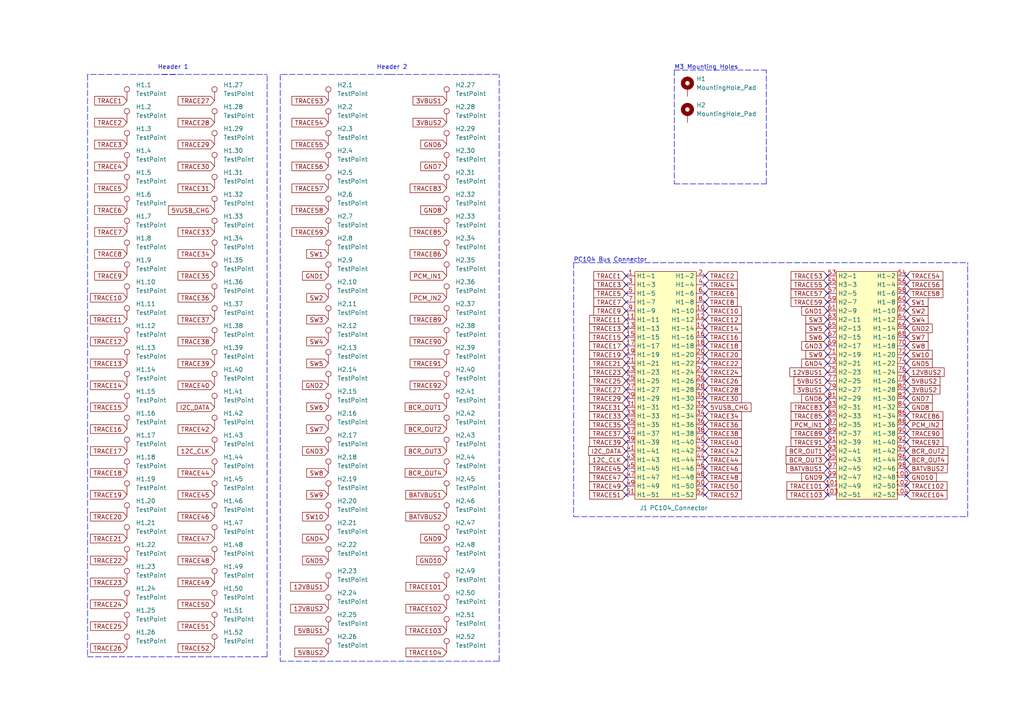
<source format=kicad_sch>
(kicad_sch (version 20211123) (generator eeschema)
  (paper "A4")
  (lib_symbols
    (symbol "Connector:TestPoint" (pin_numbers hide) (pin_names (offset 0.762) hide)
      (property "Reference" "TP" (at 0 6.858 0))
      (property "Value" "TestPoint" (at 0 5.08 0))
      (symbol "TestPoint_1_1"
        (pin passive line (at 0 0 90) (length 2.54) (name "1") (number "1"))
      )
    )
    (symbol "Mechanical:MountingHole_Pad" (pin_numbers hide) (pin_names (offset 1.016) hide)
      (property "Reference" "H" (at 0 6.35 0))
      (property "Value" "MountingHole_Pad" (at 0 4.445 0))
      (symbol "MountingHole_Pad_1_1"
        (pin input line (at 0 -2.54 90) (length 2.54) (name "1") (number "1"))
      )
    )
    (symbol "qset-connector-library:PC104_Connector"
      (property "Reference" "J" (at -36.83 -71.12 0))
      (property "Value" "PC104_Connector" (at -26.67 -71.12 0))
      (symbol "PC104_Connector_1_1"
        (pin bidirectional line (at -40.64 -3.81 0) (length 2.54) (name "H1-1") (number "1"))
        (pin bidirectional line (at -17.78 -13.97 180) (length 2.54) (name "H1-10") (number "10"))
        (pin bidirectional line (at 40.64 -62.23 180) (length 2.54) (name "H2-48") (number "100"))
        (pin bidirectional line (at 17.78 -64.77 0) (length 2.54) (name "H2-49") (number "101"))
        (pin bidirectional line (at 40.64 -64.77 180) (length 2.54) (name "H2-50") (number "102"))
        (pin bidirectional line (at 17.78 -67.31 0) (length 2.54) (name "H2-51") (number "103"))
        (pin bidirectional line (at 40.64 -67.31 180) (length 2.54) (name "H2-52") (number "104"))
        (pin bidirectional line (at -40.64 -16.51 0) (length 2.54) (name "H1-11") (number "11"))
        (pin bidirectional line (at -17.78 -16.51 180) (length 2.54) (name "H1-12") (number "12"))
        (pin bidirectional line (at -40.64 -19.05 0) (length 2.54) (name "H1-13") (number "13"))
        (pin bidirectional line (at -17.78 -19.05 180) (length 2.54) (name "H1-14") (number "14"))
        (pin bidirectional line (at -40.64 -21.59 0) (length 2.54) (name "H1-15") (number "15"))
        (pin bidirectional line (at -17.78 -21.59 180) (length 2.54) (name "H1-16") (number "16"))
        (pin bidirectional line (at -40.64 -24.13 0) (length 2.54) (name "H1-17") (number "17"))
        (pin bidirectional line (at -17.78 -24.13 180) (length 2.54) (name "H1-18") (number "18"))
        (pin bidirectional line (at -40.64 -26.67 0) (length 2.54) (name "H1-19") (number "19"))
        (pin bidirectional line (at -17.78 -3.81 180) (length 2.54) (name "H1-2") (number "2"))
        (pin bidirectional line (at -17.78 -26.67 180) (length 2.54) (name "H1-20") (number "20"))
        (pin bidirectional line (at -40.64 -29.21 0) (length 2.54) (name "H1-21") (number "21"))
        (pin bidirectional line (at -17.78 -29.21 180) (length 2.54) (name "H1-22") (number "22"))
        (pin bidirectional line (at -40.64 -31.75 0) (length 2.54) (name "H1-23") (number "23"))
        (pin bidirectional line (at -17.78 -31.75 180) (length 2.54) (name "H1-24") (number "24"))
        (pin bidirectional line (at -40.64 -34.29 0) (length 2.54) (name "H1-25") (number "25"))
        (pin bidirectional line (at -17.78 -34.29 180) (length 2.54) (name "H1-26") (number "26"))
        (pin bidirectional line (at -40.64 -36.83 0) (length 2.54) (name "H1-27") (number "27"))
        (pin bidirectional line (at -17.78 -36.83 180) (length 2.54) (name "H1-28") (number "28"))
        (pin bidirectional line (at -40.64 -39.37 0) (length 2.54) (name "H1-29") (number "29"))
        (pin bidirectional line (at -40.64 -6.35 0) (length 2.54) (name "H1-3") (number "3"))
        (pin bidirectional line (at -17.78 -39.37 180) (length 2.54) (name "H1-30") (number "30"))
        (pin bidirectional line (at -40.64 -41.91 0) (length 2.54) (name "H1-31") (number "31"))
        (pin bidirectional line (at -17.78 -41.91 180) (length 2.54) (name "H1-32") (number "32"))
        (pin bidirectional line (at -40.64 -44.45 0) (length 2.54) (name "H1-33") (number "33"))
        (pin bidirectional line (at -17.78 -44.45 180) (length 2.54) (name "H1-34") (number "34"))
        (pin bidirectional line (at -40.64 -46.99 0) (length 2.54) (name "H1-35") (number "35"))
        (pin bidirectional line (at -17.78 -46.99 180) (length 2.54) (name "H1-36") (number "36"))
        (pin bidirectional line (at -40.64 -49.53 0) (length 2.54) (name "H1-37") (number "37"))
        (pin bidirectional line (at -17.78 -49.53 180) (length 2.54) (name "H1-38") (number "38"))
        (pin bidirectional line (at -40.64 -52.07 0) (length 2.54) (name "H1-39") (number "39"))
        (pin bidirectional line (at -17.78 -6.35 180) (length 2.54) (name "H1-4") (number "4"))
        (pin bidirectional line (at -17.78 -52.07 180) (length 2.54) (name "H1-40") (number "40"))
        (pin bidirectional line (at -40.64 -54.61 0) (length 2.54) (name "H1-41") (number "41"))
        (pin bidirectional line (at -17.78 -54.61 180) (length 2.54) (name "H1-42") (number "42"))
        (pin bidirectional line (at -40.64 -57.15 0) (length 2.54) (name "H1-43") (number "43"))
        (pin bidirectional line (at -17.78 -57.15 180) (length 2.54) (name "H1-44") (number "44"))
        (pin bidirectional line (at -40.64 -59.69 0) (length 2.54) (name "H1-45") (number "45"))
        (pin bidirectional line (at -17.78 -59.69 180) (length 2.54) (name "H1-46") (number "46"))
        (pin bidirectional line (at -40.64 -62.23 0) (length 2.54) (name "H1-47") (number "47"))
        (pin bidirectional line (at -17.78 -62.23 180) (length 2.54) (name "H1-48") (number "48"))
        (pin bidirectional line (at -40.64 -64.77 0) (length 2.54) (name "H1-49") (number "49"))
        (pin bidirectional line (at -40.64 -8.89 0) (length 2.54) (name "H1-5") (number "5"))
        (pin bidirectional line (at -17.78 -64.77 180) (length 2.54) (name "H1-50") (number "50"))
        (pin bidirectional line (at -40.64 -67.31 0) (length 2.54) (name "H1-51") (number "51"))
        (pin bidirectional line (at -17.78 -67.31 180) (length 2.54) (name "H1-52") (number "52"))
        (pin bidirectional line (at 17.78 -3.81 0) (length 2.54) (name "H2-1") (number "53"))
        (pin bidirectional line (at 40.64 -3.81 180) (length 2.54) (name "H1-2") (number "54"))
        (pin bidirectional line (at 17.78 -6.35 0) (length 2.54) (name "H3-3") (number "55"))
        (pin bidirectional line (at 40.64 -6.35 180) (length 2.54) (name "H1-4") (number "56"))
        (pin bidirectional line (at 17.78 -8.89 0) (length 2.54) (name "H2-5") (number "57"))
        (pin bidirectional line (at 40.64 -8.89 180) (length 2.54) (name "H1-6") (number "58"))
        (pin bidirectional line (at 17.78 -11.43 0) (length 2.54) (name "H2-7") (number "59"))
        (pin bidirectional line (at -17.78 -8.89 180) (length 2.54) (name "H1-6") (number "6"))
        (pin bidirectional line (at 40.64 -11.43 180) (length 2.54) (name "H1-8") (number "60"))
        (pin bidirectional line (at 17.78 -13.97 0) (length 2.54) (name "H2-9") (number "61"))
        (pin bidirectional line (at 40.64 -13.97 180) (length 2.54) (name "H1-10") (number "62"))
        (pin bidirectional line (at 17.78 -16.51 0) (length 2.54) (name "H2-11") (number "63"))
        (pin bidirectional line (at 40.64 -16.51 180) (length 2.54) (name "H1-12") (number "64"))
        (pin bidirectional line (at 17.78 -19.05 0) (length 2.54) (name "H2-13") (number "65"))
        (pin bidirectional line (at 40.64 -19.05 180) (length 2.54) (name "H1-14") (number "66"))
        (pin bidirectional line (at 17.78 -21.59 0) (length 2.54) (name "H2-15") (number "67"))
        (pin bidirectional line (at 40.64 -21.59 180) (length 2.54) (name "H1-16") (number "68"))
        (pin bidirectional line (at 17.78 -24.13 0) (length 2.54) (name "H2-17") (number "69"))
        (pin bidirectional line (at -40.64 -11.43 0) (length 2.54) (name "H1-7") (number "7"))
        (pin bidirectional line (at 40.64 -24.13 180) (length 2.54) (name "H1-18") (number "70"))
        (pin bidirectional line (at 17.78 -26.67 0) (length 2.54) (name "H2-19") (number "71"))
        (pin bidirectional line (at 40.64 -26.67 180) (length 2.54) (name "H1-20") (number "72"))
        (pin bidirectional line (at 17.78 -29.21 0) (length 2.54) (name "H2-21") (number "73"))
        (pin bidirectional line (at 40.64 -29.21 180) (length 2.54) (name "H1-22") (number "74"))
        (pin bidirectional line (at 17.78 -31.75 0) (length 2.54) (name "H2-23") (number "75"))
        (pin bidirectional line (at 40.64 -31.75 180) (length 2.54) (name "H1-24") (number "76"))
        (pin bidirectional line (at 17.78 -34.29 0) (length 2.54) (name "H2-25") (number "77"))
        (pin bidirectional line (at 40.64 -34.29 180) (length 2.54) (name "H1-26") (number "78"))
        (pin bidirectional line (at 17.78 -36.83 0) (length 2.54) (name "H2-27") (number "79"))
        (pin bidirectional line (at -17.78 -11.43 180) (length 2.54) (name "H1-8") (number "8"))
        (pin bidirectional line (at 40.64 -36.83 180) (length 2.54) (name "H1-28") (number "80"))
        (pin bidirectional line (at 17.78 -39.37 0) (length 2.54) (name "H2-29") (number "81"))
        (pin bidirectional line (at 40.64 -39.37 180) (length 2.54) (name "H1-30") (number "82"))
        (pin bidirectional line (at 17.78 -41.91 0) (length 2.54) (name "H2-31") (number "83"))
        (pin bidirectional line (at 40.64 -41.91 180) (length 2.54) (name "H1-32") (number "84"))
        (pin bidirectional line (at 17.78 -44.45 0) (length 2.54) (name "H2-33") (number "85"))
        (pin bidirectional line (at 40.64 -44.45 180) (length 2.54) (name "H1-34") (number "86"))
        (pin bidirectional line (at 17.78 -46.99 0) (length 2.54) (name "H2-35") (number "87"))
        (pin bidirectional line (at 40.64 -46.99 180) (length 2.54) (name "H1-36") (number "88"))
        (pin bidirectional line (at 17.78 -49.53 0) (length 2.54) (name "H2-37") (number "89"))
        (pin bidirectional line (at -40.64 -13.97 0) (length 2.54) (name "H1-9") (number "9"))
        (pin bidirectional line (at 40.64 -49.53 180) (length 2.54) (name "H1-38") (number "90"))
        (pin bidirectional line (at 17.78 -52.07 0) (length 2.54) (name "H2-39") (number "91"))
        (pin bidirectional line (at 40.64 -52.07 180) (length 2.54) (name "H1-40") (number "92"))
        (pin bidirectional line (at 17.78 -54.61 0) (length 2.54) (name "H2-41") (number "93"))
        (pin bidirectional line (at 40.64 -54.61 180) (length 2.54) (name "H1-42") (number "94"))
        (pin bidirectional line (at 17.78 -57.15 0) (length 2.54) (name "H2-43") (number "95"))
        (pin bidirectional line (at 40.64 -57.15 180) (length 2.54) (name "H1-44") (number "96"))
        (pin bidirectional line (at 17.78 -59.69 0) (length 2.54) (name "H2-45") (number "97"))
        (pin bidirectional line (at 40.64 -59.69 180) (length 2.54) (name "H2-46") (number "98"))
        (pin bidirectional line (at 17.78 -62.23 0) (length 2.54) (name "H2-47") (number "99"))
      )
    )
  )
  (no_connect (at 262.89 82.55))
  (no_connect (at 204.47 110.49))
  (no_connect (at 240.03 100.33))
  (no_connect (at 181.61 120.65))
  (no_connect (at 204.47 102.87))
  (no_connect (at 262.89 100.33))
  (no_connect (at 240.03 123.19))
  (no_connect (at 240.03 133.35))
  (no_connect (at 240.03 120.65))
  (no_connect (at 204.47 125.73))
  (no_connect (at 262.89 143.51))
  (no_connect (at 181.61 140.97))
  (no_connect (at 204.47 113.03))
  (no_connect (at 181.61 107.95))
  (no_connect (at 262.89 102.87))
  (no_connect (at 240.03 138.43))
  (no_connect (at 204.47 133.35))
  (no_connect (at 181.61 135.89))
  (no_connect (at 181.61 128.27))
  (no_connect (at 181.61 133.35))
  (no_connect (at 262.89 115.57))
  (no_connect (at 240.03 128.27))
  (no_connect (at 240.03 135.89))
  (no_connect (at 204.47 138.43))
  (no_connect (at 204.47 135.89))
  (no_connect (at 262.89 120.65))
  (no_connect (at 181.61 115.57))
  (no_connect (at 181.61 113.03))
  (no_connect (at 181.61 110.49))
  (no_connect (at 240.03 115.57))
  (no_connect (at 262.89 133.35))
  (no_connect (at 204.47 97.79))
  (no_connect (at 181.61 87.63))
  (no_connect (at 262.89 97.79))
  (no_connect (at 204.47 80.01))
  (no_connect (at 240.03 110.49))
  (no_connect (at 262.89 90.17))
  (no_connect (at 204.47 100.33))
  (no_connect (at 181.61 90.17))
  (no_connect (at 262.89 138.43))
  (no_connect (at 262.89 110.49))
  (no_connect (at 240.03 95.25))
  (no_connect (at 262.89 118.11))
  (no_connect (at 262.89 123.19))
  (no_connect (at 240.03 87.63))
  (no_connect (at 240.03 85.09))
  (no_connect (at 181.61 118.11))
  (no_connect (at 240.03 82.55))
  (no_connect (at 262.89 85.09))
  (no_connect (at 262.89 128.27))
  (no_connect (at 181.61 102.87))
  (no_connect (at 181.61 100.33))
  (no_connect (at 204.47 120.65))
  (no_connect (at 181.61 85.09))
  (no_connect (at 262.89 113.03))
  (no_connect (at 204.47 130.81))
  (no_connect (at 240.03 130.81))
  (no_connect (at 262.89 95.25))
  (no_connect (at 204.47 87.63))
  (no_connect (at 181.61 105.41))
  (no_connect (at 204.47 123.19))
  (no_connect (at 262.89 135.89))
  (no_connect (at 262.89 140.97))
  (no_connect (at 240.03 97.79))
  (no_connect (at 204.47 85.09))
  (no_connect (at 204.47 105.41))
  (no_connect (at 240.03 140.97))
  (no_connect (at 240.03 118.11))
  (no_connect (at 240.03 80.01))
  (no_connect (at 240.03 92.71))
  (no_connect (at 181.61 95.25))
  (no_connect (at 204.47 128.27))
  (no_connect (at 181.61 123.19))
  (no_connect (at 181.61 125.73))
  (no_connect (at 262.89 130.81))
  (no_connect (at 204.47 140.97))
  (no_connect (at 204.47 95.25))
  (no_connect (at 262.89 80.01))
  (no_connect (at 204.47 115.57))
  (no_connect (at 204.47 90.17))
  (no_connect (at 262.89 105.41))
  (no_connect (at 262.89 107.95))
  (no_connect (at 240.03 102.87))
  (no_connect (at 181.61 143.51))
  (no_connect (at 240.03 113.03))
  (no_connect (at 181.61 80.01))
  (no_connect (at 240.03 107.95))
  (no_connect (at 204.47 118.11))
  (no_connect (at 181.61 82.55))
  (no_connect (at 262.89 87.63))
  (no_connect (at 204.47 92.71))
  (no_connect (at 181.61 138.43))
  (no_connect (at 240.03 125.73))
  (no_connect (at 240.03 105.41))
  (no_connect (at 181.61 97.79))
  (no_connect (at 240.03 143.51))
  (no_connect (at 204.47 82.55))
  (no_connect (at 181.61 92.71))
  (no_connect (at 262.89 92.71))
  (no_connect (at 240.03 90.17))
  (no_connect (at 204.47 143.51))
  (no_connect (at 204.47 107.95))
  (no_connect (at 262.89 125.73))
  (no_connect (at 181.61 130.81))
  (polyline (pts (xy 81.28 191.77) (xy 144.78 191.77)))
  (polyline (pts (xy 195.58 53.34) (xy 222.25 53.34)))
  (polyline (pts (xy 113.03 21.59) (xy 81.28 21.59)))
  (polyline (pts (xy 113.03 21.59) (xy 144.78 21.59)))
  (polyline (pts (xy 166.37 149.86) (xy 280.67 149.86)))
  (polyline (pts (xy 222.25 53.34) (xy 222.25 20.32)))
  (polyline (pts (xy 280.67 149.86) (xy 280.67 76.2)))
  (polyline (pts (xy 166.37 76.2) (xy 280.67 76.2)))
  (polyline (pts (xy 81.28 21.59) (xy 81.28 191.77)))
  (polyline (pts (xy 25.4 190.5) (xy 77.47 190.5)))
  (polyline (pts (xy 46.99 21.59) (xy 77.47 21.59)))
  (polyline (pts (xy 77.47 190.5) (xy 77.47 21.59)))
  (polyline (pts (xy 195.58 20.32) (xy 222.25 20.32)))
  (polyline (pts (xy 25.4 21.59) (xy 25.4 190.5)))
  (polyline (pts (xy 195.58 20.32) (xy 195.58 53.34)))
  (polyline (pts (xy 50.8 21.59) (xy 25.4 21.59)))
  (polyline (pts (xy 144.78 191.77) (xy 144.78 21.59)))
  (polyline (pts (xy 166.37 76.2) (xy 166.37 149.86)))
  (text "M3 Mounting Holes\n" (at 195.58 20.32 0) (effects (font (size 1.27 1.27)) (justify left bottom)))
  (text "Header 2\n" (at 109.22 20.32 0) (effects (font (size 1.27 1.27)) (justify left bottom)))
  (text "Header 1\n" (at 45.72 20.32 0) (effects (font (size 1.27 1.27)) (justify left bottom)))
  (text "PC104 Bus Connector" (at 166.37 76.2 0) (effects (font (size 1.27 1.27)) (justify left bottom)))
  (global_label "PCM_IN1" (shape input) (at 129.54 80.01 180) (property "Intersheet References" "${INTERSHEET_REFS}" (effects hide)))
  (global_label "TRACE17" (shape input) (at 181.61 100.33 180) (property "Intersheet References" "${INTERSHEET_REFS}" (effects hide)))
  (global_label "TRACE18" (shape input) (at 36.83 137.16 180) (property "Intersheet References" "${INTERSHEET_REFS}" (effects hide)))
  (global_label "GND1" (shape input) (at 95.25 80.01 180) (property "Intersheet References" "${INTERSHEET_REFS}" (effects hide)))
  (global_label "TRACE89" (shape input) (at 240.03 125.73 180) (property "Intersheet References" "${INTERSHEET_REFS}" (effects hide)))
  (global_label "BATVBUS2" (shape input) (at 129.54 149.86 180) (property "Intersheet References" "${INTERSHEET_REFS}" (effects hide)))
  (global_label "TRACE20" (shape input) (at 204.47 102.87 0) (property "Intersheet References" "${INTERSHEET_REFS}" (effects hide)))
  (global_label "TRACE37" (shape input) (at 181.61 125.73 180) (property "Intersheet References" "${INTERSHEET_REFS}" (effects hide)))
  (global_label "TRACE52" (shape input) (at 204.47 143.51 0) (property "Intersheet References" "${INTERSHEET_REFS}" (effects hide)))
  (global_label "SW5" (shape input) (at 240.03 95.25 180) (property "Intersheet References" "${INTERSHEET_REFS}" (effects hide)))
  (global_label "TRACE85" (shape input) (at 129.54 67.31 180) (property "Intersheet References" "${INTERSHEET_REFS}" (effects hide)))
  (global_label "TRACE55" (shape input) (at 95.25 41.91 180) (property "Intersheet References" "${INTERSHEET_REFS}" (effects hide)))
  (global_label "TRACE45" (shape input) (at 62.23 143.51 180) (property "Intersheet References" "${INTERSHEET_REFS}" (effects hide)))
  (global_label "BCR_OUT1" (shape input) (at 240.03 130.81 180) (property "Intersheet References" "${INTERSHEET_REFS}" (effects hide)))
  (global_label "TRACE103" (shape input) (at 129.54 182.88 180) (property "Intersheet References" "${INTERSHEET_REFS}" (effects hide)))
  (global_label "TRACE23" (shape input) (at 181.61 107.95 180) (property "Intersheet References" "${INTERSHEET_REFS}" (effects hide)))
  (global_label "TRACE22" (shape input) (at 204.47 105.41 0) (property "Intersheet References" "${INTERSHEET_REFS}" (effects hide)))
  (global_label "SW6" (shape input) (at 240.03 97.79 180) (property "Intersheet References" "${INTERSHEET_REFS}" (effects hide)))
  (global_label "BATVBUS1" (shape input) (at 129.54 143.51 180) (property "Intersheet References" "${INTERSHEET_REFS}" (effects hide)))
  (global_label "SW2" (shape input) (at 262.89 90.17 0) (property "Intersheet References" "${INTERSHEET_REFS}" (effects hide)))
  (global_label "TRACE42" (shape input) (at 62.23 124.46 180) (property "Intersheet References" "${INTERSHEET_REFS}" (effects hide)))
  (global_label "TRACE12" (shape input) (at 36.83 99.06 180) (property "Intersheet References" "${INTERSHEET_REFS}" (effects hide)))
  (global_label "3VBUS2" (shape input) (at 129.54 35.56 180) (property "Intersheet References" "${INTERSHEET_REFS}" (effects hide)))
  (global_label "TRACE29" (shape input) (at 181.61 115.57 180) (property "Intersheet References" "${INTERSHEET_REFS}" (effects hide)))
  (global_label "BATVBUS2" (shape input) (at 262.89 135.89 0) (property "Intersheet References" "${INTERSHEET_REFS}" (effects hide)))
  (global_label "3VBUS1" (shape input) (at 129.54 29.21 180) (property "Intersheet References" "${INTERSHEET_REFS}" (effects hide)))
  (global_label "TRACE85" (shape input) (at 240.03 120.65 180) (property "Intersheet References" "${INTERSHEET_REFS}" (effects hide)))
  (global_label "TRACE56" (shape input) (at 95.25 48.26 180) (property "Intersheet References" "${INTERSHEET_REFS}" (effects hide)))
  (global_label "PCM_IN1" (shape input) (at 240.03 123.19 180) (property "Intersheet References" "${INTERSHEET_REFS}" (effects hide)))
  (global_label "TRACE57" (shape input) (at 95.25 54.61 180) (property "Intersheet References" "${INTERSHEET_REFS}" (effects hide)))
  (global_label "TRACE10" (shape input) (at 36.83 86.36 180) (property "Intersheet References" "${INTERSHEET_REFS}" (effects hide)))
  (global_label "TRACE40" (shape input) (at 62.23 111.76 180) (property "Intersheet References" "${INTERSHEET_REFS}" (effects hide)))
  (global_label "TRACE20" (shape input) (at 36.83 149.86 180) (property "Intersheet References" "${INTERSHEET_REFS}" (effects hide)))
  (global_label "TRACE11" (shape input) (at 36.83 92.71 180) (property "Intersheet References" "${INTERSHEET_REFS}" (effects hide)))
  (global_label "TRACE6" (shape input) (at 204.47 85.09 0) (property "Intersheet References" "${INTERSHEET_REFS}" (effects hide)))
  (global_label "TRACE37" (shape input) (at 62.23 92.71 180) (property "Intersheet References" "${INTERSHEET_REFS}" (effects hide)))
  (global_label "TRACE29" (shape input) (at 62.23 41.91 180) (property "Intersheet References" "${INTERSHEET_REFS}" (effects hide)))
  (global_label "TRACE4" (shape input) (at 36.83 48.26 180) (property "Intersheet References" "${INTERSHEET_REFS}" (effects hide)))
  (global_label "BCR_OUT4" (shape input) (at 262.89 133.35 0) (property "Intersheet References" "${INTERSHEET_REFS}" (effects hide)))
  (global_label "I2C_DATA" (shape input) (at 181.61 130.81 180) (property "Intersheet References" "${INTERSHEET_REFS}" (effects hide)))
  (global_label "SW1" (shape input) (at 95.25 73.66 180) (property "Intersheet References" "${INTERSHEET_REFS}" (effects hide)))
  (global_label "TRACE5" (shape input) (at 36.83 54.61 180) (property "Intersheet References" "${INTERSHEET_REFS}" (effects hide)))
  (global_label "SW10" (shape input) (at 95.25 149.86 180) (property "Intersheet References" "${INTERSHEET_REFS}" (effects hide)))
  (global_label "GND10" (shape input) (at 129.54 162.56 180) (property "Intersheet References" "${INTERSHEET_REFS}" (effects hide)))
  (global_label "GND10" (shape input) (at 262.89 138.43 0) (property "Intersheet References" "${INTERSHEET_REFS}" (effects hide)))
  (global_label "TRACE12" (shape input) (at 204.47 92.71 0) (property "Intersheet References" "${INTERSHEET_REFS}" (effects hide)))
  (global_label "BCR_OUT2" (shape input) (at 262.89 130.81 0) (property "Intersheet References" "${INTERSHEET_REFS}" (effects hide)))
  (global_label "TRACE28" (shape input) (at 204.47 113.03 0) (property "Intersheet References" "${INTERSHEET_REFS}" (effects hide)))
  (global_label "TRACE59" (shape input) (at 95.25 67.31 180) (property "Intersheet References" "${INTERSHEET_REFS}" (effects hide)))
  (global_label "TRACE14" (shape input) (at 204.47 95.25 0) (property "Intersheet References" "${INTERSHEET_REFS}" (effects hide)))
  (global_label "TRACE49" (shape input) (at 181.61 140.97 180) (property "Intersheet References" "${INTERSHEET_REFS}" (effects hide)))
  (global_label "TRACE59" (shape input) (at 240.03 87.63 180) (property "Intersheet References" "${INTERSHEET_REFS}" (effects hide)))
  (global_label "SW9" (shape input) (at 240.03 102.87 180) (property "Intersheet References" "${INTERSHEET_REFS}" (effects hide)))
  (global_label "SW6" (shape input) (at 95.25 118.11 180) (property "Intersheet References" "${INTERSHEET_REFS}" (effects hide)))
  (global_label "SW7" (shape input) (at 95.25 124.46 180) (property "Intersheet References" "${INTERSHEET_REFS}" (effects hide)))
  (global_label "TRACE5" (shape input) (at 181.61 85.09 180) (property "Intersheet References" "${INTERSHEET_REFS}" (effects hide)))
  (global_label "5VBUS1" (shape input) (at 95.25 182.88 180) (property "Intersheet References" "${INTERSHEET_REFS}" (effects hide)))
  (global_label "TRACE46" (shape input) (at 204.47 135.89 0) (property "Intersheet References" "${INTERSHEET_REFS}" (effects hide)))
  (global_label "TRACE89" (shape input) (at 129.54 92.71 180) (property "Intersheet References" "${INTERSHEET_REFS}" (effects hide)))
  (global_label "TRACE83" (shape input) (at 129.54 54.61 180) (property "Intersheet References" "${INTERSHEET_REFS}" (effects hide)))
  (global_label "TRACE56" (shape input) (at 262.89 82.55 0) (property "Intersheet References" "${INTERSHEET_REFS}" (effects hide)))
  (global_label "TRACE30" (shape input) (at 62.23 48.26 180) (property "Intersheet References" "${INTERSHEET_REFS}" (effects hide)))
  (global_label "TRACE42" (shape input) (at 204.47 130.81 0) (property "Intersheet References" "${INTERSHEET_REFS}" (effects hide)))
  (global_label "TRACE38" (shape input) (at 62.23 99.06 180) (property "Intersheet References" "${INTERSHEET_REFS}" (effects hide)))
  (global_label "12VBUS1" (shape input) (at 240.03 107.95 180) (property "Intersheet References" "${INTERSHEET_REFS}" (effects hide)))
  (global_label "5VUSB_CHG" (shape input) (at 62.23 60.96 180) (property "Intersheet References" "${INTERSHEET_REFS}" (effects hide)))
  (global_label "SW1" (shape input) (at 262.89 87.63 0) (property "Intersheet References" "${INTERSHEET_REFS}" (effects hide)))
  (global_label "TRACE44" (shape input) (at 204.47 133.35 0) (property "Intersheet References" "${INTERSHEET_REFS}" (effects hide)))
  (global_label "TRACE28" (shape input) (at 62.23 35.56 180) (property "Intersheet References" "${INTERSHEET_REFS}" (effects hide)))
  (global_label "GND5" (shape input) (at 95.25 162.56 180) (property "Intersheet References" "${INTERSHEET_REFS}" (effects hide)))
  (global_label "TRACE46" (shape input) (at 62.23 149.86 180) (property "Intersheet References" "${INTERSHEET_REFS}" (effects hide)))
  (global_label "TRACE24" (shape input) (at 36.83 175.26 180) (property "Intersheet References" "${INTERSHEET_REFS}" (effects hide)))
  (global_label "TRACE104" (shape input) (at 262.89 143.51 0) (property "Intersheet References" "${INTERSHEET_REFS}" (effects hide)))
  (global_label "TRACE58" (shape input) (at 95.25 60.96 180) (property "Intersheet References" "${INTERSHEET_REFS}" (effects hide)))
  (global_label "BCR_OUT4" (shape input) (at 129.54 137.16 180) (property "Intersheet References" "${INTERSHEET_REFS}" (effects hide)))
  (global_label "TRACE33" (shape input) (at 181.61 120.65 180) (property "Intersheet References" "${INTERSHEET_REFS}" (effects hide)))
  (global_label "TRACE8" (shape input) (at 204.47 87.63 0) (property "Intersheet References" "${INTERSHEET_REFS}" (effects hide)))
  (global_label "TRACE22" (shape input) (at 36.83 162.56 180) (property "Intersheet References" "${INTERSHEET_REFS}" (effects hide)))
  (global_label "TRACE10" (shape input) (at 204.47 90.17 0) (property "Intersheet References" "${INTERSHEET_REFS}" (effects hide)))
  (global_label "GND4" (shape input) (at 95.25 156.21 180) (property "Intersheet References" "${INTERSHEET_REFS}" (effects hide)))
  (global_label "TRACE24" (shape input) (at 204.47 107.95 0) (property "Intersheet References" "${INTERSHEET_REFS}" (effects hide)))
  (global_label "PCM_IN2" (shape input) (at 129.54 86.36 180) (property "Intersheet References" "${INTERSHEET_REFS}" (effects hide)))
  (global_label "TRACE14" (shape input) (at 36.83 111.76 180) (property "Intersheet References" "${INTERSHEET_REFS}" (effects hide)))
  (global_label "TRACE17" (shape input) (at 36.83 130.81 180) (property "Intersheet References" "${INTERSHEET_REFS}" (effects hide)))
  (global_label "TRACE86" (shape input) (at 262.89 120.65 0) (property "Intersheet References" "${INTERSHEET_REFS}" (effects hide)))
  (global_label "GND9" (shape input) (at 129.54 156.21 180) (property "Intersheet References" "${INTERSHEET_REFS}" (effects hide)))
  (global_label "TRACE16" (shape input) (at 204.47 97.79 0) (property "Intersheet References" "${INTERSHEET_REFS}" (effects hide)))
  (global_label "GND2" (shape input) (at 95.25 111.76 180) (property "Intersheet References" "${INTERSHEET_REFS}" (effects hide)))
  (global_label "TRACE102" (shape input) (at 262.89 140.97 0) (property "Intersheet References" "${INTERSHEET_REFS}" (effects hide)))
  (global_label "GND8" (shape input) (at 262.89 118.11 0) (property "Intersheet References" "${INTERSHEET_REFS}" (effects hide)))
  (global_label "TRACE27" (shape input) (at 62.23 29.21 180) (property "Intersheet References" "${INTERSHEET_REFS}" (effects hide)))
  (global_label "TRACE101" (shape input) (at 129.54 170.18 180) (property "Intersheet References" "${INTERSHEET_REFS}" (effects hide)))
  (global_label "TRACE33" (shape input) (at 62.23 67.31 180) (property "Intersheet References" "${INTERSHEET_REFS}" (effects hide)))
  (global_label "12VBUS2" (shape input) (at 262.89 107.95 0) (property "Intersheet References" "${INTERSHEET_REFS}" (effects hide)))
  (global_label "TRACE15" (shape input) (at 36.83 118.11 180) (property "Intersheet References" "${INTERSHEET_REFS}" (effects hide)))
  (global_label "SW4" (shape input) (at 262.89 92.71 0) (property "Intersheet References" "${INTERSHEET_REFS}" (effects hide)))
  (global_label "TRACE6" (shape input) (at 36.83 60.96 180) (property "Intersheet References" "${INTERSHEET_REFS}" (effects hide)))
  (global_label "TRACE21" (shape input) (at 36.83 156.21 180) (property "Intersheet References" "${INTERSHEET_REFS}" (effects hide)))
  (global_label "TRACE48" (shape input) (at 62.23 162.56 180) (property "Intersheet References" "${INTERSHEET_REFS}" (effects hide)))
  (global_label "TRACE7" (shape input) (at 36.83 67.31 180) (property "Intersheet References" "${INTERSHEET_REFS}" (effects hide)))
  (global_label "TRACE40" (shape input) (at 204.47 128.27 0) (property "Intersheet References" "${INTERSHEET_REFS}" (effects hide)))
  (global_label "GND9" (shape input) (at 240.03 138.43 180) (property "Intersheet References" "${INTERSHEET_REFS}" (effects hide)))
  (global_label "TRACE2" (shape input) (at 36.83 35.56 180) (property "Intersheet References" "${INTERSHEET_REFS}" (effects hide)))
  (global_label "GND7" (shape input) (at 129.54 48.26 180) (property "Intersheet References" "${INTERSHEET_REFS}" (effects hide)))
  (global_label "5VBUS2" (shape input) (at 262.89 110.49 0) (property "Intersheet References" "${INTERSHEET_REFS}" (effects hide)))
  (global_label "GND5" (shape input) (at 262.89 105.41 0) (property "Intersheet References" "${INTERSHEET_REFS}" (effects hide)))
  (global_label "TRACE38" (shape input) (at 204.47 125.73 0) (property "Intersheet References" "${INTERSHEET_REFS}" (effects hide)))
  (global_label "TRACE1" (shape input) (at 181.61 80.01 180) (property "Intersheet References" "${INTERSHEET_REFS}" (effects hide)))
  (global_label "TRACE26" (shape input) (at 204.47 110.49 0) (property "Intersheet References" "${INTERSHEET_REFS}" (effects hide)))
  (global_label "TRACE35" (shape input) (at 62.23 80.01 180) (property "Intersheet References" "${INTERSHEET_REFS}" (effects hide)))
  (global_label "BCR_OUT3" (shape input) (at 240.03 133.35 180) (property "Intersheet References" "${INTERSHEET_REFS}" (effects hide)))
  (global_label "TRACE51" (shape input) (at 181.61 143.51 180) (property "Intersheet References" "${INTERSHEET_REFS}" (effects hide)))
  (global_label "TRACE31" (shape input) (at 181.61 118.11 180) (property "Intersheet References" "${INTERSHEET_REFS}" (effects hide)))
  (global_label "TRACE91" (shape input) (at 129.54 105.41 180) (property "Intersheet References" "${INTERSHEET_REFS}" (effects hide)))
  (global_label "TRACE31" (shape input) (at 62.23 54.61 180) (property "Intersheet References" "${INTERSHEET_REFS}" (effects hide)))
  (global_label "SW8" (shape input) (at 95.25 137.16 180) (property "Intersheet References" "${INTERSHEET_REFS}" (effects hide)))
  (global_label "TRACE57" (shape input) (at 240.03 85.09 180) (property "Intersheet References" "${INTERSHEET_REFS}" (effects hide)))
  (global_label "GND6" (shape input) (at 129.54 41.91 180) (property "Intersheet References" "${INTERSHEET_REFS}" (effects hide)))
  (global_label "GND8" (shape input) (at 129.54 60.96 180) (property "Intersheet References" "${INTERSHEET_REFS}" (effects hide)))
  (global_label "TRACE26" (shape input) (at 36.83 187.96 180) (property "Intersheet References" "${INTERSHEET_REFS}" (effects hide)))
  (global_label "TRACE34" (shape input) (at 62.23 73.66 180) (property "Intersheet References" "${INTERSHEET_REFS}" (effects hide)))
  (global_label "TRACE36" (shape input) (at 204.47 123.19 0) (property "Intersheet References" "${INTERSHEET_REFS}" (effects hide)))
  (global_label "TRACE83" (shape input) (at 240.03 118.11 180) (property "Intersheet References" "${INTERSHEET_REFS}" (effects hide)))
  (global_label "TRACE91" (shape input) (at 240.03 128.27 180) (property "Intersheet References" "${INTERSHEET_REFS}" (effects hide)))
  (global_label "TRACE3" (shape input) (at 36.83 41.91 180) (property "Intersheet References" "${INTERSHEET_REFS}" (effects hide)))
  (global_label "5VBUS1" (shape input) (at 240.03 110.49 180) (property "Intersheet References" "${INTERSHEET_REFS}" (effects hide)))
  (global_label "TRACE51" (shape input) (at 62.23 181.61 180) (property "Intersheet References" "${INTERSHEET_REFS}" (effects hide)))
  (global_label "TRACE52" (shape input) (at 62.23 187.96 180) (property "Intersheet References" "${INTERSHEET_REFS}" (effects hide)))
  (global_label "TRACE13" (shape input) (at 36.83 105.41 180) (property "Intersheet References" "${INTERSHEET_REFS}" (effects hide)))
  (global_label "TRACE102" (shape input) (at 129.54 176.53 180) (property "Intersheet References" "${INTERSHEET_REFS}" (effects hide)))
  (global_label "GND4" (shape input) (at 240.03 105.41 180) (property "Intersheet References" "${INTERSHEET_REFS}" (effects hide)))
  (global_label "TRACE54" (shape input) (at 95.25 35.56 180) (property "Intersheet References" "${INTERSHEET_REFS}" (effects hide)))
  (global_label "GND1" (shape input) (at 240.03 90.17 180) (property "Intersheet References" "${INTERSHEET_REFS}" (effects hide)))
  (global_label "TRACE16" (shape input) (at 36.83 124.46 180) (property "Intersheet References" "${INTERSHEET_REFS}" (effects hide)))
  (global_label "TRACE39" (shape input) (at 62.23 105.41 180) (property "Intersheet References" "${INTERSHEET_REFS}" (effects hide)))
  (global_label "TRACE50" (shape input) (at 62.23 175.26 180) (property "Intersheet References" "${INTERSHEET_REFS}" (effects hide)))
  (global_label "5VBUS2" (shape input) (at 95.25 189.23 180) (property "Intersheet References" "${INTERSHEET_REFS}" (effects hide)))
  (global_label "SW5" (shape input) (at 95.25 105.41 180) (property "Intersheet References" "${INTERSHEET_REFS}" (effects hide)))
  (global_label "TRACE2" (shape input) (at 204.47 80.01 0) (property "Intersheet References" "${INTERSHEET_REFS}" (effects hide)))
  (global_label "TRACE19" (shape input) (at 36.83 143.51 180) (property "Intersheet References" "${INTERSHEET_REFS}" (effects hide)))
  (global_label "TRACE53" (shape input) (at 240.03 80.01 180) (property "Intersheet References" "${INTERSHEET_REFS}" (effects hide)))
  (global_label "SW3" (shape input) (at 240.03 92.71 180) (property "Intersheet References" "${INTERSHEET_REFS}" (effects hide)))
  (global_label "TRACE49" (shape input) (at 62.23 168.91 180) (property "Intersheet References" "${INTERSHEET_REFS}" (effects hide)))
  (global_label "SW4" (shape input) (at 95.25 99.06 180) (property "Intersheet References" "${INTERSHEET_REFS}" (effects hide)))
  (global_label "SW8" (shape input) (at 262.89 100.33 0) (property "Intersheet References" "${INTERSHEET_REFS}" (effects hide)))
  (global_label "GND7" (shape input) (at 262.89 115.57 0) (property "Intersheet References" "${INTERSHEET_REFS}" (effects hide)))
  (global_label "BCR_OUT3" (shape input) (at 129.54 130.81 180) (property "Intersheet References" "${INTERSHEET_REFS}" (effects hide)))
  (global_label "GND3" (shape input) (at 240.03 100.33 180) (property "Intersheet References" "${INTERSHEET_REFS}" (effects hide)))
  (global_label "TRACE45" (shape input) (at 181.61 135.89 180) (property "Intersheet References" "${INTERSHEET_REFS}" (effects hide)))
  (global_label "SW10" (shape input) (at 262.89 102.87 0) (property "Intersheet References" "${INTERSHEET_REFS}" (effects hide)))
  (global_label "TRACE47" (shape input) (at 62.23 156.21 180) (property "Intersheet References" "${INTERSHEET_REFS}" (effects hide)))
  (global_label "TRACE39" (shape input) (at 181.61 128.27 180) (property "Intersheet References" "${INTERSHEET_REFS}" (effects hide)))
  (global_label "TRACE48" (shape input) (at 204.47 138.43 0) (property "Intersheet References" "${INTERSHEET_REFS}" (effects hide)))
  (global_label "TRACE34" (shape input) (at 204.47 120.65 0) (property "Intersheet References" "${INTERSHEET_REFS}" (effects hide)))
  (global_label "TRACE13" (shape input) (at 181.61 95.25 180) (property "Intersheet References" "${INTERSHEET_REFS}" (effects hide)))
  (global_label "BCR_OUT1" (shape input) (at 129.54 118.11 180) (property "Intersheet References" "${INTERSHEET_REFS}" (effects hide)))
  (global_label "TRACE58" (shape input) (at 262.89 85.09 0) (property "Intersheet References" "${INTERSHEET_REFS}" (effects hide)))
  (global_label "TRACE7" (shape input) (at 181.61 87.63 180) (property "Intersheet References" "${INTERSHEET_REFS}" (effects hide)))
  (global_label "TRACE53" (shape input) (at 95.25 29.21 180) (property "Intersheet References" "${INTERSHEET_REFS}" (effects hide)))
  (global_label "12C_CLK" (shape input) (at 181.61 133.35 180) (property "Intersheet References" "${INTERSHEET_REFS}" (effects hide)))
  (global_label "TRACE36" (shape input) (at 62.23 86.36 180) (property "Intersheet References" "${INTERSHEET_REFS}" (effects hide)))
  (global_label "SW9" (shape input) (at 95.25 143.51 180) (property "Intersheet References" "${INTERSHEET_REFS}" (effects hide)))
  (global_label "TRACE44" (shape input) (at 62.23 137.16 180) (property "Intersheet References" "${INTERSHEET_REFS}" (effects hide)))
  (global_label "TRACE27" (shape input) (at 181.61 113.03 180) (property "Intersheet References" "${INTERSHEET_REFS}" (effects hide)))
  (global_label "TRACE18" (shape input) (at 204.47 100.33 0) (property "Intersheet References" "${INTERSHEET_REFS}" (effects hide)))
  (global_label "TRACE50" (shape input) (at 204.47 140.97 0) (property "Intersheet References" "${INTERSHEET_REFS}" (effects hide)))
  (global_label "TRACE90" (shape input) (at 129.54 99.06 180) (property "Intersheet References" "${INTERSHEET_REFS}" (effects hide)))
  (global_label "BCR_OUT2" (shape input) (at 129.54 124.46 180) (property "Intersheet References" "${INTERSHEET_REFS}" (effects hide)))
  (global_label "GND6" (shape input) (at 240.03 115.57 180) (property "Intersheet References" "${INTERSHEET_REFS}" (effects hide)))
  (global_label "TRACE103" (shape input) (at 240.03 143.51 180) (property "Intersheet References" "${INTERSHEET_REFS}" (effects hide)))
  (global_label "GND2" (shape input) (at 262.89 95.25 0) (property "Intersheet References" "${INTERSHEET_REFS}" (effects hide)))
  (global_label "TRACE92" (shape input) (at 262.89 128.27 0) (property "Intersheet References" "${INTERSHEET_REFS}" (effects hide)))
  (global_label "TRACE19" (shape input) (at 181.61 102.87 180) (property "Intersheet References" "${INTERSHEET_REFS}" (effects hide)))
  (global_label "12VBUS2" (shape input) (at 95.25 176.53 180) (property "Intersheet References" "${INTERSHEET_REFS}" (effects hide)))
  (global_label "12VBUS1" (shape input) (at 95.25 170.18 180) (property "Intersheet References" "${INTERSHEET_REFS}" (effects hide)))
  (global_label "TRACE21" (shape input) (at 181.61 105.41 180) (property "Intersheet References" "${INTERSHEET_REFS}" (effects hide)))
  (global_label "TRACE92" (shape input) (at 129.54 111.76 180) (property "Intersheet References" "${INTERSHEET_REFS}" (effects hide)))
  (global_label "TRACE86" (shape input) (at 129.54 73.66 180) (property "Intersheet References" "${INTERSHEET_REFS}" (effects hide)))
  (global_label "SW7" (shape input) (at 262.89 97.79 0) (property "Intersheet References" "${INTERSHEET_REFS}" (effects hide)))
  (global_label "GND3" (shape input) (at 95.25 130.81 180) (property "Intersheet References" "${INTERSHEET_REFS}" (effects hide)))
  (global_label "TRACE101" (shape input) (at 240.03 140.97 180) (property "Intersheet References" "${INTERSHEET_REFS}" (effects hide)))
  (global_label "TRACE25" (shape input) (at 36.83 181.61 180) (property "Intersheet References" "${INTERSHEET_REFS}" (effects hide)))
  (global_label "PCM_IN2" (shape input) (at 262.89 123.19 0) (property "Intersheet References" "${INTERSHEET_REFS}" (effects hide)))
  (global_label "TRACE23" (shape input) (at 36.83 168.91 180) (property "Intersheet References" "${INTERSHEET_REFS}" (effects hide)))
  (global_label "I2C_DATA" (shape input) (at 62.23 118.11 180) (property "Intersheet References" "${INTERSHEET_REFS}" (effects hide)))
  (global_label "3VBUS1" (shape input) (at 240.03 113.03 180) (property "Intersheet References" "${INTERSHEET_REFS}" (effects hide)))
  (global_label "3VBUS2" (shape input) (at 262.89 113.03 0) (property "Intersheet References" "${INTERSHEET_REFS}" (effects hide)))
  (global_label "TRACE4" (shape input) (at 204.47 82.55 0) (property "Intersheet References" "${INTERSHEET_REFS}" (effects hide)))
  (global_label "TRACE9" (shape input) (at 36.83 80.01 180) (property "Intersheet References" "${INTERSHEET_REFS}" (effects hide)))
  (global_label "5VUSB_CHG" (shape input) (at 204.47 118.11 0) (property "Intersheet References" "${INTERSHEET_REFS}" (effects hide)))
  (global_label "TRACE25" (shape input) (at 181.61 110.49 180) (property "Intersheet References" "${INTERSHEET_REFS}" (effects hide)))
  (global_label "TRACE55" (shape input) (at 240.03 82.55 180) (property "Intersheet References" "${INTERSHEET_REFS}" (effects hide)))
  (global_label "TRACE104" (shape input) (at 129.54 189.23 180) (property "Intersheet References" "${INTERSHEET_REFS}" (effects hide)))
  (global_label "TRACE30" (shape input) (at 204.47 115.57 0) (property "Intersheet References" "${INTERSHEET_REFS}" (effects hide)))
  (global_label "TRACE11" (shape input) (at 181.61 92.71 180) (property "Intersheet References" "${INTERSHEET_REFS}" (effects hide)))
  (global_label "12C_CLK" (shape input) (at 62.23 130.81 180) (property "Intersheet References" "${INTERSHEET_REFS}" (effects hide)))
  (global_label "TRACE1" (shape input) (at 36.83 29.21 180) (property "Intersheet References" "${INTERSHEET_REFS}" (effects hide)))
  (global_label "TRACE3" (shape input) (at 181.61 82.55 180) (property "Intersheet References" "${INTERSHEET_REFS}" (effects hide)))
  (global_label "TRACE35" (shape input) (at 181.61 123.19 180) (property "Intersheet References" "${INTERSHEET_REFS}" (effects hide)))
  (global_label "BATVBUS1" (shape input) (at 240.03 135.89 180) (property "Intersheet References" "${INTERSHEET_REFS}" (effects hide)))
  (global_label "TRACE15" (shape input) (at 181.61 97.79 180) (property "Intersheet References" "${INTERSHEET_REFS}" (effects hide)))
  (global_label "TRACE90" (shape input) (at 262.89 125.73 0) (property "Intersheet References" "${INTERSHEET_REFS}" (effects hide)))
  (global_label "SW2" (shape input) (at 95.25 86.36 180) (property "Intersheet References" "${INTERSHEET_REFS}" (effects hide)))
  (global_label "TRACE54" (shape input) (at 262.89 80.01 0) (property "Intersheet References" "${INTERSHEET_REFS}" (effects hide)))
  (global_label "TRACE47" (shape input) (at 181.61 138.43 180) (property "Intersheet References" "${INTERSHEET_REFS}" (effects hide)))
  (global_label "SW3" (shape input) (at 95.25 92.71 180) (property "Intersheet References" "${INTERSHEET_REFS}" (effects hide)))
  (global_label "TRACE9" (shape input) (at 181.61 90.17 180) (property "Intersheet References" "${INTERSHEET_REFS}" (effects hide)))
  (global_label "TRACE8" (shape input) (at 36.83 73.66 180) (property "Intersheet References" "${INTERSHEET_REFS}" (effects hide)))
  (symbol (lib_id "Connector:TestPoint") (at 129.54 130.81 0) (unit 1)
    (property "Reference" "H2.43" (at 132.08 126.2379 0) (effects (justify left)))
    (property "Value" "TestPoint" (at 132.08 128.7779 0) (effects (justify left)))
    (property "Footprint" "TestPoint:TestPoint_Keystone_5000-5004_Miniature" (effects hide))
  )
  (symbol (lib_id "Connector:TestPoint") (at 36.83 118.11 0) (unit 1)
    (property "Reference" "H1.15" (at 39.37 113.5379 0) (effects (justify left)))
    (property "Value" "TestPoint" (at 39.37 116.0779 0) (effects (justify left)))
    (property "Footprint" "TestPoint:TestPoint_Keystone_5000-5004_Miniature" (effects hide))
  )
  (symbol (lib_id "Connector:TestPoint") (at 62.23 67.31 0) (unit 1)
    (property "Reference" "H1.33" (at 64.77 62.7379 0) (effects (justify left)))
    (property "Value" "TestPoint" (at 64.77 65.2779 0) (effects (justify left)))
    (property "Footprint" "TestPoint:TestPoint_Keystone_5000-5004_Miniature" (effects hide))
  )
  (symbol (lib_id "Connector:TestPoint") (at 129.54 176.53 0) (unit 1)
    (property "Reference" "H2.50" (at 132.08 171.9579 0) (effects (justify left)))
    (property "Value" "TestPoint" (at 132.08 174.4979 0) (effects (justify left)))
    (property "Footprint" "TestPoint:TestPoint_Keystone_5000-5004_Miniature" (effects hide))
  )
  (symbol (lib_id "Connector:TestPoint") (at 36.83 168.91 0) (unit 1)
    (property "Reference" "H1.23" (at 39.37 164.3379 0) (effects (justify left)))
    (property "Value" "TestPoint" (at 39.37 166.8779 0) (effects (justify left)))
    (property "Footprint" "TestPoint:TestPoint_Keystone_5000-5004_Miniature" (effects hide))
  )
  (symbol (lib_id "Connector:TestPoint") (at 36.83 86.36 0) (unit 1)
    (property "Reference" "H1.10" (at 39.37 81.7879 0) (effects (justify left)))
    (property "Value" "TestPoint" (at 39.37 84.3279 0) (effects (justify left)))
    (property "Footprint" "TestPoint:TestPoint_Keystone_5000-5004_Miniature" (effects hide))
  )
  (symbol (lib_id "Connector:TestPoint") (at 62.23 175.26 0) (unit 1)
    (property "Reference" "H1.50" (at 64.77 170.6879 0) (effects (justify left)))
    (property "Value" "TestPoint" (at 64.77 173.2279 0) (effects (justify left)))
    (property "Footprint" "TestPoint:TestPoint_Keystone_5000-5004_Miniature" (effects hide))
  )
  (symbol (lib_id "Connector:TestPoint") (at 95.25 60.96 0) (unit 1)
    (property "Reference" "H2.6" (at 97.79 56.3879 0) (effects (justify left)))
    (property "Value" "TestPoint" (at 97.79 58.9279 0) (effects (justify left)))
    (property "Footprint" "TestPoint:TestPoint_Keystone_5000-5004_Miniature" (effects hide))
  )
  (symbol (lib_id "Connector:TestPoint") (at 95.25 118.11 0) (unit 1)
    (property "Reference" "H2.15" (at 97.79 113.5379 0) (effects (justify left)))
    (property "Value" "TestPoint" (at 97.79 116.0779 0) (effects (justify left)))
    (property "Footprint" "TestPoint:TestPoint_Keystone_5000-5004_Miniature" (effects hide))
  )
  (symbol (lib_id "Mechanical:MountingHole_Pad") (at 199.39 25.4 0) (unit 1)
    (property "Reference" "H1" (at 201.93 22.8599 0) (effects (justify left)))
    (property "Value" "MountingHole_Pad" (at 201.93 25.3999 0) (effects (justify left)))
    (property "Footprint" "MountingHole:MountingHole_3.2mm_M3_Pad_TopBottom" (effects hide))
  )
  (symbol (lib_id "Connector:TestPoint") (at 95.25 73.66 0) (unit 1)
    (property "Reference" "H2.8" (at 97.79 69.0879 0) (effects (justify left)))
    (property "Value" "TestPoint" (at 97.79 71.6279 0) (effects (justify left)))
    (property "Footprint" "TestPoint:TestPoint_Keystone_5000-5004_Miniature" (effects hide))
  )
  (symbol (lib_id "Connector:TestPoint") (at 62.23 162.56 0) (unit 1)
    (property "Reference" "H1.48" (at 64.77 157.9879 0) (effects (justify left)))
    (property "Value" "TestPoint" (at 64.77 160.5279 0) (effects (justify left)))
    (property "Footprint" "TestPoint:TestPoint_Keystone_5000-5004_Miniature" (effects hide))
  )
  (symbol (lib_id "Connector:TestPoint") (at 62.23 149.86 0) (unit 1)
    (property "Reference" "H1.46" (at 64.77 145.2879 0) (effects (justify left)))
    (property "Value" "TestPoint" (at 64.77 147.8279 0) (effects (justify left)))
    (property "Footprint" "TestPoint:TestPoint_Keystone_5000-5004_Miniature" (effects hide))
  )
  (symbol (lib_id "Connector:TestPoint") (at 129.54 111.76 0) (unit 1)
    (property "Reference" "H2.40" (at 132.08 107.1879 0) (effects (justify left)))
    (property "Value" "TestPoint" (at 132.08 109.7279 0) (effects (justify left)))
    (property "Footprint" "TestPoint:TestPoint_Keystone_5000-5004_Miniature" (effects hide))
  )
  (symbol (lib_id "Connector:TestPoint") (at 62.23 168.91 0) (unit 1)
    (property "Reference" "H1.49" (at 64.77 164.3379 0) (effects (justify left)))
    (property "Value" "TestPoint" (at 64.77 166.8779 0) (effects (justify left)))
    (property "Footprint" "TestPoint:TestPoint_Keystone_5000-5004_Miniature" (effects hide))
  )
  (symbol (lib_id "Connector:TestPoint") (at 62.23 41.91 0) (unit 1)
    (property "Reference" "H1.29" (at 64.77 37.3379 0) (effects (justify left)))
    (property "Value" "TestPoint" (at 64.77 39.8779 0) (effects (justify left)))
    (property "Footprint" "TestPoint:TestPoint_Keystone_5000-5004_Miniature" (effects hide))
  )
  (symbol (lib_id "Connector:TestPoint") (at 36.83 54.61 0) (unit 1)
    (property "Reference" "H1.5" (at 39.37 50.0379 0) (effects (justify left)))
    (property "Value" "TestPoint" (at 39.37 52.5779 0) (effects (justify left)))
    (property "Footprint" "TestPoint:TestPoint_Keystone_5000-5004_Miniature" (effects hide))
  )
  (symbol (lib_id "Connector:TestPoint") (at 95.25 99.06 0) (unit 1)
    (property "Reference" "H2.12" (at 97.79 94.4879 0) (effects (justify left)))
    (property "Value" "TestPoint" (at 97.79 97.0279 0) (effects (justify left)))
    (property "Footprint" "TestPoint:TestPoint_Keystone_5000-5004_Miniature" (effects hide))
  )
  (symbol (lib_id "Connector:TestPoint") (at 62.23 92.71 0) (unit 1)
    (property "Reference" "H1.37" (at 64.77 88.1379 0) (effects (justify left)))
    (property "Value" "TestPoint" (at 64.77 90.6779 0) (effects (justify left)))
    (property "Footprint" "TestPoint:TestPoint_Keystone_5000-5004_Miniature" (effects hide))
  )
  (symbol (lib_id "Connector:TestPoint") (at 129.54 156.21 0) (unit 1)
    (property "Reference" "H2.47" (at 132.08 151.6379 0) (effects (justify left)))
    (property "Value" "TestPoint" (at 132.08 154.1779 0) (effects (justify left)))
    (property "Footprint" "TestPoint:TestPoint_Keystone_5000-5004_Miniature" (effects hide))
  )
  (symbol (lib_id "Connector:TestPoint") (at 36.83 143.51 0) (unit 1)
    (property "Reference" "H1.19" (at 39.37 138.9379 0) (effects (justify left)))
    (property "Value" "TestPoint" (at 39.37 141.4779 0) (effects (justify left)))
    (property "Footprint" "TestPoint:TestPoint_Keystone_5000-5004_Miniature" (effects hide))
  )
  (symbol (lib_id "Connector:TestPoint") (at 62.23 35.56 0) (unit 1)
    (property "Reference" "H1.28" (at 64.77 30.9879 0) (effects (justify left)))
    (property "Value" "TestPoint" (at 64.77 33.5279 0) (effects (justify left)))
    (property "Footprint" "TestPoint:TestPoint_Keystone_5000-5004_Miniature" (effects hide))
  )
  (symbol (lib_id "Connector:TestPoint") (at 129.54 48.26 0) (unit 1)
    (property "Reference" "H2.30" (at 132.08 43.6879 0) (effects (justify left)))
    (property "Value" "TestPoint" (at 132.08 46.2279 0) (effects (justify left)))
    (property "Footprint" "TestPoint:TestPoint_Keystone_5000-5004_Miniature" (effects hide))
  )
  (symbol (lib_id "Connector:TestPoint") (at 62.23 99.06 0) (unit 1)
    (property "Reference" "H1.38" (at 64.77 94.4879 0) (effects (justify left)))
    (property "Value" "TestPoint" (at 64.77 97.0279 0) (effects (justify left)))
    (property "Footprint" "TestPoint:TestPoint_Keystone_5000-5004_Miniature" (effects hide))
  )
  (symbol (lib_id "Connector:TestPoint") (at 36.83 48.26 0) (unit 1)
    (property "Reference" "H1.4" (at 39.37 43.6879 0) (effects (justify left)))
    (property "Value" "TestPoint" (at 39.37 46.2279 0) (effects (justify left)))
    (property "Footprint" "TestPoint:TestPoint_Keystone_5000-5004_Miniature" (effects hide))
  )
  (symbol (lib_id "Connector:TestPoint") (at 129.54 73.66 0) (unit 1)
    (property "Reference" "H2.34" (at 132.08 69.0879 0) (effects (justify left)))
    (property "Value" "TestPoint" (at 132.08 71.6279 0) (effects (justify left)))
    (property "Footprint" "TestPoint:TestPoint_Keystone_5000-5004_Miniature" (effects hide))
  )
  (symbol (lib_id "Connector:TestPoint") (at 129.54 99.06 0) (unit 1)
    (property "Reference" "H2.38" (at 132.08 94.4879 0) (effects (justify left)))
    (property "Value" "TestPoint" (at 132.08 97.0279 0) (effects (justify left)))
    (property "Footprint" "TestPoint:TestPoint_Keystone_5000-5004_Miniature" (effects hide))
  )
  (symbol (lib_id "Connector:TestPoint") (at 36.83 73.66 0) (unit 1)
    (property "Reference" "H1.8" (at 39.37 69.0879 0) (effects (justify left)))
    (property "Value" "TestPoint" (at 39.37 71.6279 0) (effects (justify left)))
    (property "Footprint" "TestPoint:TestPoint_Keystone_5000-5004_Miniature" (effects hide))
  )
  (symbol (lib_id "Connector:TestPoint") (at 95.25 189.23 0) (unit 1)
    (property "Reference" "H2.26" (at 97.79 184.6579 0) (effects (justify left)))
    (property "Value" "TestPoint" (at 97.79 187.1979 0) (effects (justify left)))
    (property "Footprint" "TestPoint:TestPoint_Keystone_5000-5004_Miniature" (effects hide))
  )
  (symbol (lib_id "Connector:TestPoint") (at 95.25 156.21 0) (unit 1)
    (property "Reference" "H2.21" (at 97.79 151.6379 0) (effects (justify left)))
    (property "Value" "TestPoint" (at 97.79 154.1779 0) (effects (justify left)))
    (property "Footprint" "TestPoint:TestPoint_Keystone_5000-5004_Miniature" (effects hide))
  )
  (symbol (lib_id "Connector:TestPoint") (at 95.25 41.91 0) (unit 1)
    (property "Reference" "H2.3" (at 97.79 37.3379 0) (effects (justify left)))
    (property "Value" "TestPoint" (at 97.79 39.8779 0) (effects (justify left)))
    (property "Footprint" "TestPoint:TestPoint_Keystone_5000-5004_Miniature" (effects hide))
  )
  (symbol (lib_id "Connector:TestPoint") (at 36.83 187.96 0) (unit 1)
    (property "Reference" "H1.26" (at 39.37 183.3879 0) (effects (justify left)))
    (property "Value" "TestPoint" (at 39.37 185.9279 0) (effects (justify left)))
    (property "Footprint" "TestPoint:TestPoint_Keystone_5000-5004_Miniature" (effects hide))
  )
  (symbol (lib_id "Connector:TestPoint") (at 36.83 137.16 0) (unit 1)
    (property "Reference" "H1.18" (at 39.37 132.5879 0) (effects (justify left)))
    (property "Value" "TestPoint" (at 39.37 135.1279 0) (effects (justify left)))
    (property "Footprint" "TestPoint:TestPoint_Keystone_5000-5004_Miniature" (effects hide))
  )
  (symbol (lib_id "Connector:TestPoint") (at 62.23 130.81 0) (unit 1)
    (property "Reference" "H1.43" (at 64.77 126.2379 0) (effects (justify left)))
    (property "Value" "TestPoint" (at 64.77 128.7779 0) (effects (justify left)))
    (property "Footprint" "TestPoint:TestPoint_Keystone_5000-5004_Miniature" (effects hide))
  )
  (symbol (lib_id "Connector:TestPoint") (at 36.83 92.71 0) (unit 1)
    (property "Reference" "H1.11" (at 39.37 88.1379 0) (effects (justify left)))
    (property "Value" "TestPoint" (at 39.37 90.6779 0) (effects (justify left)))
    (property "Footprint" "TestPoint:TestPoint_Keystone_5000-5004_Miniature" (effects hide))
  )
  (symbol (lib_id "Connector:TestPoint") (at 129.54 41.91 0) (unit 1)
    (property "Reference" "H2.29" (at 132.08 37.3379 0) (effects (justify left)))
    (property "Value" "TestPoint" (at 132.08 39.8779 0) (effects (justify left)))
    (property "Footprint" "TestPoint:TestPoint_Keystone_5000-5004_Miniature" (effects hide))
  )
  (symbol (lib_id "Connector:TestPoint") (at 95.25 176.53 0) (unit 1)
    (property "Reference" "H2.24" (at 97.79 171.9579 0) (effects (justify left)))
    (property "Value" "TestPoint" (at 97.79 174.4979 0) (effects (justify left)))
    (property "Footprint" "TestPoint:TestPoint_Keystone_5000-5004_Miniature" (effects hide))
  )
  (symbol (lib_id "Connector:TestPoint") (at 62.23 73.66 0) (unit 1)
    (property "Reference" "H1.34" (at 64.77 69.0879 0) (effects (justify left)))
    (property "Value" "TestPoint" (at 64.77 71.6279 0) (effects (justify left)))
    (property "Footprint" "TestPoint:TestPoint_Keystone_5000-5004_Miniature" (effects hide))
  )
  (symbol (lib_id "Connector:TestPoint") (at 95.25 111.76 0) (unit 1)
    (property "Reference" "H2.14" (at 97.79 107.1879 0) (effects (justify left)))
    (property "Value" "TestPoint" (at 97.79 109.7279 0) (effects (justify left)))
    (property "Footprint" "TestPoint:TestPoint_Keystone_5000-5004_Miniature" (effects hide))
  )
  (symbol (lib_id "Connector:TestPoint") (at 129.54 105.41 0) (unit 1)
    (property "Reference" "H2.39" (at 132.08 100.8379 0) (effects (justify left)))
    (property "Value" "TestPoint" (at 132.08 103.3779 0) (effects (justify left)))
    (property "Footprint" "TestPoint:TestPoint_Keystone_5000-5004_Miniature" (effects hide))
  )
  (symbol (lib_id "Connector:TestPoint") (at 62.23 118.11 0) (unit 1)
    (property "Reference" "H1.41" (at 64.77 113.5379 0) (effects (justify left)))
    (property "Value" "TestPoint" (at 64.77 116.0779 0) (effects (justify left)))
    (property "Footprint" "TestPoint:TestPoint_Keystone_5000-5004_Miniature" (effects hide))
  )
  (symbol (lib_id "Connector:TestPoint") (at 62.23 54.61 0) (unit 1)
    (property "Reference" "H1.31" (at 64.77 50.0379 0) (effects (justify left)))
    (property "Value" "TestPoint" (at 64.77 52.5779 0) (effects (justify left)))
    (property "Footprint" "TestPoint:TestPoint_Keystone_5000-5004_Miniature" (effects hide))
  )
  (symbol (lib_id "Connector:TestPoint") (at 36.83 41.91 0) (unit 1)
    (property "Reference" "H1.3" (at 39.37 37.3379 0) (effects (justify left)))
    (property "Value" "TestPoint" (at 39.37 39.8779 0) (effects (justify left)))
    (property "Footprint" "TestPoint:TestPoint_Keystone_5000-5004_Miniature" (effects hide))
  )
  (symbol (lib_id "Connector:TestPoint") (at 62.23 124.46 0) (unit 1)
    (property "Reference" "H1.42" (at 64.77 119.8879 0) (effects (justify left)))
    (property "Value" "TestPoint" (at 64.77 122.4279 0) (effects (justify left)))
    (property "Footprint" "TestPoint:TestPoint_Keystone_5000-5004_Miniature" (effects hide))
  )
  (symbol (lib_id "Connector:TestPoint") (at 95.25 86.36 0) (unit 1)
    (property "Reference" "H2.10" (at 97.79 81.7879 0) (effects (justify left)))
    (property "Value" "TestPoint" (at 97.79 84.3279 0) (effects (justify left)))
    (property "Footprint" "TestPoint:TestPoint_Keystone_5000-5004_Miniature" (effects hide))
  )
  (symbol (lib_id "Connector:TestPoint") (at 95.25 92.71 0) (unit 1)
    (property "Reference" "H2.11" (at 97.79 88.1379 0) (effects (justify left)))
    (property "Value" "TestPoint" (at 97.79 90.6779 0) (effects (justify left)))
    (property "Footprint" "TestPoint:TestPoint_Keystone_5000-5004_Miniature" (effects hide))
  )
  (symbol (lib_id "Connector:TestPoint") (at 36.83 175.26 0) (unit 1)
    (property "Reference" "H1.24" (at 39.37 170.6879 0) (effects (justify left)))
    (property "Value" "TestPoint" (at 39.37 173.2279 0) (effects (justify left)))
    (property "Footprint" "TestPoint:TestPoint_Keystone_5000-5004_Miniature" (effects hide))
  )
  (symbol (lib_id "Connector:TestPoint") (at 36.83 67.31 0) (unit 1)
    (property "Reference" "H1.7" (at 39.37 62.7379 0) (effects (justify left)))
    (property "Value" "TestPoint" (at 39.37 65.2779 0) (effects (justify left)))
    (property "Footprint" "TestPoint:TestPoint_Keystone_5000-5004_Miniature" (effects hide))
  )
  (symbol (lib_id "Connector:TestPoint") (at 129.54 35.56 0) (unit 1)
    (property "Reference" "H2.28" (at 132.08 30.9879 0) (effects (justify left)))
    (property "Value" "TestPoint" (at 132.08 33.5279 0) (effects (justify left)))
    (property "Footprint" "TestPoint:TestPoint_Keystone_5000-5004_Miniature" (effects hide))
  )
  (symbol (lib_id "Connector:TestPoint") (at 129.54 29.21 0) (unit 1)
    (property "Reference" "H2.27" (at 132.08 24.6379 0) (effects (justify left)))
    (property "Value" "TestPoint" (at 132.08 27.1779 0) (effects (justify left)))
    (property "Footprint" "TestPoint:TestPoint_Keystone_5000-5004_Miniature" (effects hide))
  )
  (symbol (lib_id "Connector:TestPoint") (at 129.54 67.31 0) (unit 1)
    (property "Reference" "H2.33" (at 132.08 62.7379 0) (effects (justify left)))
    (property "Value" "TestPoint" (at 132.08 65.2779 0) (effects (justify left)))
    (property "Footprint" "TestPoint:TestPoint_Keystone_5000-5004_Miniature" (effects hide))
  )
  (symbol (lib_id "Connector:TestPoint") (at 129.54 149.86 0) (unit 1)
    (property "Reference" "H2.46" (at 132.08 145.2879 0) (effects (justify left)))
    (property "Value" "TestPoint" (at 132.08 147.8279 0) (effects (justify left)))
    (property "Footprint" "TestPoint:TestPoint_Keystone_5000-5004_Miniature" (effects hide))
  )
  (symbol (lib_id "Connector:TestPoint") (at 36.83 29.21 0) (unit 1)
    (property "Reference" "H1.1" (at 39.37 24.6379 0) (effects (justify left)))
    (property "Value" "TestPoint" (at 39.37 27.1779 0) (effects (justify left)))
    (property "Footprint" "TestPoint:TestPoint_Keystone_5000-5004_Miniature" (effects hide))
  )
  (symbol (lib_id "qset-connector-library:PC104_Connector") (at 222.25 76.2 0) (unit 1)
    (property "Reference" "J1" (at 186.69 147.32 0))
    (property "Value" "PC104_Connector" (at 196.85 147.32 0))
    (property "Footprint" "pc104:pc104-connector" (effects hide))
  )
  (symbol (lib_id "Connector:TestPoint") (at 95.25 35.56 0) (unit 1)
    (property "Reference" "H2.2" (at 97.79 30.9879 0) (effects (justify left)))
    (property "Value" "TestPoint" (at 97.79 33.5279 0) (effects (justify left)))
    (property "Footprint" "TestPoint:TestPoint_Keystone_5000-5004_Miniature" (effects hide))
  )
  (symbol (lib_id "Connector:TestPoint") (at 129.54 162.56 0) (unit 1)
    (property "Reference" "H2.48" (at 132.08 157.9879 0) (effects (justify left)))
    (property "Value" "TestPoint" (at 132.08 160.5279 0) (effects (justify left)))
    (property "Footprint" "TestPoint:TestPoint_Keystone_5000-5004_Miniature" (effects hide))
  )
  (symbol (lib_id "Connector:TestPoint") (at 36.83 181.61 0) (unit 1)
    (property "Reference" "H1.25" (at 39.37 177.0379 0) (effects (justify left)))
    (property "Value" "TestPoint" (at 39.37 179.5779 0) (effects (justify left)))
    (property "Footprint" "TestPoint:TestPoint_Keystone_5000-5004_Miniature" (effects hide))
  )
  (symbol (lib_id "Connector:TestPoint") (at 95.25 149.86 0) (unit 1)
    (property "Reference" "H2.20" (at 97.79 145.2879 0) (effects (justify left)))
    (property "Value" "TestPoint" (at 97.79 147.8279 0) (effects (justify left)))
    (property "Footprint" "TestPoint:TestPoint_Keystone_5000-5004_Miniature" (effects hide))
  )
  (symbol (lib_id "Connector:TestPoint") (at 62.23 29.21 0) (unit 1)
    (property "Reference" "H1.27" (at 64.77 24.6379 0) (effects (justify left)))
    (property "Value" "TestPoint" (at 64.77 27.1779 0) (effects (justify left)))
    (property "Footprint" "TestPoint:TestPoint_Keystone_5000-5004_Miniature" (effects hide))
  )
  (symbol (lib_id "Connector:TestPoint") (at 95.25 67.31 0) (unit 1)
    (property "Reference" "H2.7" (at 97.79 62.7379 0) (effects (justify left)))
    (property "Value" "TestPoint" (at 97.79 65.2779 0) (effects (justify left)))
    (property "Footprint" "TestPoint:TestPoint_Keystone_5000-5004_Miniature" (effects hide))
  )
  (symbol (lib_id "Connector:TestPoint") (at 36.83 105.41 0) (unit 1)
    (property "Reference" "H1.13" (at 39.37 100.8379 0) (effects (justify left)))
    (property "Value" "TestPoint" (at 39.37 103.3779 0) (effects (justify left)))
    (property "Footprint" "TestPoint:TestPoint_Keystone_5000-5004_Miniature" (effects hide))
  )
  (symbol (lib_id "Connector:TestPoint") (at 129.54 86.36 0) (unit 1)
    (property "Reference" "H2.36" (at 132.08 81.7879 0) (effects (justify left)))
    (property "Value" "TestPoint" (at 132.08 84.3279 0) (effects (justify left)))
    (property "Footprint" "TestPoint:TestPoint_Keystone_5000-5004_Miniature" (effects hide))
  )
  (symbol (lib_id "Connector:TestPoint") (at 129.54 80.01 0) (unit 1)
    (property "Reference" "H2.35" (at 132.08 75.4379 0) (effects (justify left)))
    (property "Value" "TestPoint" (at 132.08 77.9779 0) (effects (justify left)))
    (property "Footprint" "TestPoint:TestPoint_Keystone_5000-5004_Miniature" (effects hide))
  )
  (symbol (lib_id "Connector:TestPoint") (at 95.25 80.01 0) (unit 1)
    (property "Reference" "H2.9" (at 97.79 75.4379 0) (effects (justify left)))
    (property "Value" "TestPoint" (at 97.79 77.9779 0) (effects (justify left)))
    (property "Footprint" "TestPoint:TestPoint_Keystone_5000-5004_Miniature" (effects hide))
  )
  (symbol (lib_id "Connector:TestPoint") (at 36.83 99.06 0) (unit 1)
    (property "Reference" "H1.12" (at 39.37 94.4879 0) (effects (justify left)))
    (property "Value" "TestPoint" (at 39.37 97.0279 0) (effects (justify left)))
    (property "Footprint" "TestPoint:TestPoint_Keystone_5000-5004_Miniature" (effects hide))
  )
  (symbol (lib_id "Connector:TestPoint") (at 95.25 130.81 0) (unit 1)
    (property "Reference" "H2.17" (at 97.79 126.2379 0) (effects (justify left)))
    (property "Value" "TestPoint" (at 97.79 128.7779 0) (effects (justify left)))
    (property "Footprint" "TestPoint:TestPoint_Keystone_5000-5004_Miniature" (effects hide))
  )
  (symbol (lib_id "Connector:TestPoint") (at 129.54 118.11 0) (unit 1)
    (property "Reference" "H2.41" (at 132.08 113.5379 0) (effects (justify left)))
    (property "Value" "TestPoint" (at 132.08 116.0779 0) (effects (justify left)))
    (property "Footprint" "TestPoint:TestPoint_Keystone_5000-5004_Miniature" (effects hide))
  )
  (symbol (lib_id "Connector:TestPoint") (at 62.23 105.41 0) (unit 1)
    (property "Reference" "H1.39" (at 64.77 100.8379 0) (effects (justify left)))
    (property "Value" "TestPoint" (at 64.77 103.3779 0) (effects (justify left)))
    (property "Footprint" "TestPoint:TestPoint_Keystone_5000-5004_Miniature" (effects hide))
  )
  (symbol (lib_id "Connector:TestPoint") (at 95.25 170.18 0) (unit 1)
    (property "Reference" "H2.23" (at 97.79 165.6079 0) (effects (justify left)))
    (property "Value" "TestPoint" (at 97.79 168.1479 0) (effects (justify left)))
    (property "Footprint" "TestPoint:TestPoint_Keystone_5000-5004_Miniature" (effects hide))
  )
  (symbol (lib_id "Connector:TestPoint") (at 36.83 35.56 0) (unit 1)
    (property "Reference" "H1.2" (at 39.37 30.9879 0) (effects (justify left)))
    (property "Value" "TestPoint" (at 39.37 33.5279 0) (effects (justify left)))
    (property "Footprint" "TestPoint:TestPoint_Keystone_5000-5004_Miniature" (effects hide))
  )
  (symbol (lib_id "Connector:TestPoint") (at 62.23 48.26 0) (unit 1)
    (property "Reference" "H1.30" (at 64.77 43.6879 0) (effects (justify left)))
    (property "Value" "TestPoint" (at 64.77 46.2279 0) (effects (justify left)))
    (property "Footprint" "TestPoint:TestPoint_Keystone_5000-5004_Miniature" (effects hide))
  )
  (symbol (lib_id "Connector:TestPoint") (at 129.54 143.51 0) (unit 1)
    (property "Reference" "H2.45" (at 132.08 138.9379 0) (effects (justify left)))
    (property "Value" "TestPoint" (at 132.08 141.4779 0) (effects (justify left)))
    (property "Footprint" "TestPoint:TestPoint_Keystone_5000-5004_Miniature" (effects hide))
  )
  (symbol (lib_id "Connector:TestPoint") (at 62.23 156.21 0) (unit 1)
    (property "Reference" "H1.47" (at 64.77 151.6379 0) (effects (justify left)))
    (property "Value" "TestPoint" (at 64.77 154.1779 0) (effects (justify left)))
    (property "Footprint" "TestPoint:TestPoint_Keystone_5000-5004_Miniature" (effects hide))
  )
  (symbol (lib_id "Connector:TestPoint") (at 95.25 48.26 0) (unit 1)
    (property "Reference" "H2.4" (at 97.79 43.6879 0) (effects (justify left)))
    (property "Value" "TestPoint" (at 97.79 46.2279 0) (effects (justify left)))
    (property "Footprint" "TestPoint:TestPoint_Keystone_5000-5004_Miniature" (effects hide))
  )
  (symbol (lib_id "Connector:TestPoint") (at 36.83 149.86 0) (unit 1)
    (property "Reference" "H1.20" (at 39.37 145.2879 0) (effects (justify left)))
    (property "Value" "TestPoint" (at 39.37 147.8279 0) (effects (justify left)))
    (property "Footprint" "TestPoint:TestPoint_Keystone_5000-5004_Miniature" (effects hide))
  )
  (symbol (lib_id "Connector:TestPoint") (at 95.25 162.56 0) (unit 1)
    (property "Reference" "H2.22" (at 97.79 157.9879 0) (effects (justify left)))
    (property "Value" "TestPoint" (at 97.79 160.5279 0) (effects (justify left)))
    (property "Footprint" "TestPoint:TestPoint_Keystone_5000-5004_Miniature" (effects hide))
  )
  (symbol (lib_id "Connector:TestPoint") (at 36.83 80.01 0) (unit 1)
    (property "Reference" "H1.9" (at 39.37 75.4379 0) (effects (justify left)))
    (property "Value" "TestPoint" (at 39.37 77.9779 0) (effects (justify left)))
    (property "Footprint" "TestPoint:TestPoint_Keystone_5000-5004_Miniature" (effects hide))
  )
  (symbol (lib_id "Connector:TestPoint") (at 62.23 60.96 0) (unit 1)
    (property "Reference" "H1.32" (at 64.77 56.3879 0) (effects (justify left)))
    (property "Value" "TestPoint" (at 64.77 58.9279 0) (effects (justify left)))
    (property "Footprint" "TestPoint:TestPoint_Keystone_5000-5004_Miniature" (effects hide))
  )
  (symbol (lib_id "Connector:TestPoint") (at 36.83 60.96 0) (unit 1)
    (property "Reference" "H1.6" (at 39.37 56.3879 0) (effects (justify left)))
    (property "Value" "TestPoint" (at 39.37 58.9279 0) (effects (justify left)))
    (property "Footprint" "TestPoint:TestPoint_Keystone_5000-5004_Miniature" (effects hide))
  )
  (symbol (lib_id "Connector:TestPoint") (at 129.54 182.88 0) (unit 1)
    (property "Reference" "H2.51" (at 132.08 178.3079 0) (effects (justify left)))
    (property "Value" "TestPoint" (at 132.08 180.8479 0) (effects (justify left)))
    (property "Footprint" "TestPoint:TestPoint_Keystone_5000-5004_Miniature" (effects hide))
  )
  (symbol (lib_id "Connector:TestPoint") (at 36.83 124.46 0) (unit 1)
    (property "Reference" "H1.16" (at 39.37 119.8879 0) (effects (justify left)))
    (property "Value" "TestPoint" (at 39.37 122.4279 0) (effects (justify left)))
    (property "Footprint" "TestPoint:TestPoint_Keystone_5000-5004_Miniature" (effects hide))
  )
  (symbol (lib_id "Connector:TestPoint") (at 36.83 162.56 0) (unit 1)
    (property "Reference" "H1.22" (at 39.37 157.9879 0) (effects (justify left)))
    (property "Value" "TestPoint" (at 39.37 160.5279 0) (effects (justify left)))
    (property "Footprint" "TestPoint:TestPoint_Keystone_5000-5004_Miniature" (effects hide))
  )
  (symbol (lib_id "Connector:TestPoint") (at 129.54 54.61 0) (unit 1)
    (property "Reference" "H2.31" (at 132.08 50.0379 0) (effects (justify left)))
    (property "Value" "TestPoint" (at 132.08 52.5779 0) (effects (justify left)))
    (property "Footprint" "TestPoint:TestPoint_Keystone_5000-5004_Miniature" (effects hide))
  )
  (symbol (lib_id "Connector:TestPoint") (at 62.23 80.01 0) (unit 1)
    (property "Reference" "H1.35" (at 64.77 75.4379 0) (effects (justify left)))
    (property "Value" "TestPoint" (at 64.77 77.9779 0) (effects (justify left)))
    (property "Footprint" "TestPoint:TestPoint_Keystone_5000-5004_Miniature" (effects hide))
  )
  (symbol (lib_id "Connector:TestPoint") (at 129.54 92.71 0) (unit 1)
    (property "Reference" "H2.37" (at 132.08 88.1379 0) (effects (justify left)))
    (property "Value" "TestPoint" (at 132.08 90.6779 0) (effects (justify left)))
    (property "Footprint" "TestPoint:TestPoint_Keystone_5000-5004_Miniature" (effects hide))
  )
  (symbol (lib_id "Connector:TestPoint") (at 95.25 29.21 0) (unit 1)
    (property "Reference" "H2.1" (at 97.79 24.6379 0) (effects (justify left)))
    (property "Value" "TestPoint" (at 97.79 27.1779 0) (effects (justify left)))
    (property "Footprint" "TestPoint:TestPoint_Keystone_5000-5004_Miniature" (effects hide))
  )
  (symbol (lib_id "Connector:TestPoint") (at 62.23 86.36 0) (unit 1)
    (property "Reference" "H1.36" (at 64.77 81.7879 0) (effects (justify left)))
    (property "Value" "TestPoint" (at 64.77 84.3279 0) (effects (justify left)))
    (property "Footprint" "TestPoint:TestPoint_Keystone_5000-5004_Miniature" (effects hide))
  )
  (symbol (lib_id "Connector:TestPoint") (at 62.23 143.51 0) (unit 1)
    (property "Reference" "H1.45" (at 64.77 138.9379 0) (effects (justify left)))
    (property "Value" "TestPoint" (at 64.77 141.4779 0) (effects (justify left)))
    (property "Footprint" "TestPoint:TestPoint_Keystone_5000-5004_Miniature" (effects hide))
  )
  (symbol (lib_id "Connector:TestPoint") (at 95.25 105.41 0) (unit 1)
    (property "Reference" "H2.13" (at 97.79 100.8379 0) (effects (justify left)))
    (property "Value" "TestPoint" (at 97.79 103.3779 0) (effects (justify left)))
    (property "Footprint" "TestPoint:TestPoint_Keystone_5000-5004_Miniature" (effects hide))
  )
  (symbol (lib_id "Connector:TestPoint") (at 95.25 124.46 0) (unit 1)
    (property "Reference" "H2.16" (at 97.79 119.8879 0) (effects (justify left)))
    (property "Value" "TestPoint" (at 97.79 122.4279 0) (effects (justify left)))
    (property "Footprint" "TestPoint:TestPoint_Keystone_5000-5004_Miniature" (effects hide))
  )
  (symbol (lib_id "Connector:TestPoint") (at 36.83 111.76 0) (unit 1)
    (property "Reference" "H1.14" (at 39.37 107.1879 0) (effects (justify left)))
    (property "Value" "TestPoint" (at 39.37 109.7279 0) (effects (justify left)))
    (property "Footprint" "TestPoint:TestPoint_Keystone_5000-5004_Miniature" (effects hide))
  )
  (symbol (lib_id "Connector:TestPoint") (at 62.23 181.61 0) (unit 1)
    (property "Reference" "H1.51" (at 64.77 177.0379 0) (effects (justify left)))
    (property "Value" "TestPoint" (at 64.77 179.5779 0) (effects (justify left)))
    (property "Footprint" "TestPoint:TestPoint_Keystone_5000-5004_Miniature" (effects hide))
  )
  (symbol (lib_id "Connector:TestPoint") (at 62.23 111.76 0) (unit 1)
    (property "Reference" "H1.40" (at 64.77 107.1879 0) (effects (justify left)))
    (property "Value" "TestPoint" (at 64.77 109.7279 0) (effects (justify left)))
    (property "Footprint" "TestPoint:TestPoint_Keystone_5000-5004_Miniature" (effects hide))
  )
  (symbol (lib_id "Connector:TestPoint") (at 95.25 143.51 0) (unit 1)
    (property "Reference" "H2.19" (at 97.79 138.9379 0) (effects (justify left)))
    (property "Value" "TestPoint" (at 97.79 141.4779 0) (effects (justify left)))
    (property "Footprint" "TestPoint:TestPoint_Keystone_5000-5004_Miniature" (effects hide))
  )
  (symbol (lib_id "Connector:TestPoint") (at 62.23 137.16 0) (unit 1)
    (property "Reference" "H1.44" (at 64.77 132.5879 0) (effects (justify left)))
    (property "Value" "TestPoint" (at 64.77 135.1279 0) (effects (justify left)))
    (property "Footprint" "TestPoint:TestPoint_Keystone_5000-5004_Miniature" (effects hide))
  )
  (symbol (lib_id "Mechanical:MountingHole_Pad") (at 199.39 33.02 0) (unit 1)
    (property "Reference" "H2" (at 201.93 30.4799 0) (effects (justify left)))
    (property "Value" "MountingHole_Pad" (at 201.93 33.0199 0) (effects (justify left)))
    (property "Footprint" "MountingHole:MountingHole_3.2mm_M3_Pad_TopBottom" (effects hide))
  )
  (symbol (lib_id "Connector:TestPoint") (at 95.25 137.16 0) (unit 1)
    (property "Reference" "H2.18" (at 97.79 132.5879 0) (effects (justify left)))
    (property "Value" "TestPoint" (at 97.79 135.1279 0) (effects (justify left)))
    (property "Footprint" "TestPoint:TestPoint_Keystone_5000-5004_Miniature" (effects hide))
  )
  (symbol (lib_id "Connector:TestPoint") (at 129.54 189.23 0) (unit 1)
    (property "Reference" "H2.52" (at 132.08 184.6579 0) (effects (justify left)))
    (property "Value" "TestPoint" (at 132.08 187.1979 0) (effects (justify left)))
    (property "Footprint" "TestPoint:TestPoint_Keystone_5000-5004_Miniature" (effects hide))
  )
  (symbol (lib_id "Connector:TestPoint") (at 129.54 137.16 0) (unit 1)
    (property "Reference" "H2.44" (at 132.08 132.5879 0) (effects (justify left)))
    (property "Value" "TestPoint" (at 132.08 135.1279 0) (effects (justify left)))
    (property "Footprint" "TestPoint:TestPoint_Keystone_5000-5004_Miniature" (effects hide))
  )
  (symbol (lib_id "Connector:TestPoint") (at 129.54 124.46 0) (unit 1)
    (property "Reference" "H2.42" (at 132.08 119.8879 0) (effects (justify left)))
    (property "Value" "TestPoint" (at 132.08 122.4279 0) (effects (justify left)))
    (property "Footprint" "TestPoint:TestPoint_Keystone_5000-5004_Miniature" (effects hide))
  )
  (symbol (lib_id "Connector:TestPoint") (at 95.25 54.61 0) (unit 1)
    (property "Reference" "H2.5" (at 97.79 50.0379 0) (effects (justify left)))
    (property "Value" "TestPoint" (at 97.79 52.5779 0) (effects (justify left)))
    (property "Footprint" "TestPoint:TestPoint_Keystone_5000-5004_Miniature" (effects hide))
  )
  (symbol (lib_id "Connector:TestPoint") (at 62.23 187.96 0) (unit 1)
    (property "Reference" "H1.52" (at 64.77 183.3879 0) (effects (justify left)))
    (property "Value" "TestPoint" (at 64.77 185.9279 0) (effects (justify left)))
    (property "Footprint" "TestPoint:TestPoint_Keystone_5000-5004_Miniature" (effects hide))
  )
  (symbol (lib_id "Connector:TestPoint") (at 36.83 156.21 0) (unit 1)
    (property "Reference" "H1.21" (at 39.37 151.6379 0) (effects (justify left)))
    (property "Value" "TestPoint" (at 39.37 154.1779 0) (effects (justify left)))
    (property "Footprint" "TestPoint:TestPoint_Keystone_5000-5004_Miniature" (effects hide))
  )
  (symbol (lib_id "Connector:TestPoint") (at 129.54 170.18 0) (unit 1)
    (property "Reference" "H2.49" (at 132.08 165.6079 0) (effects (justify left)))
    (property "Value" "TestPoint" (at 132.08 168.1479 0) (effects (justify left)))
    (property "Footprint" "TestPoint:TestPoint_Keystone_5000-5004_Miniature" (effects hide))
  )
  (symbol (lib_id "Connector:TestPoint") (at 95.25 182.88 0) (unit 1)
    (property "Reference" "H2.25" (at 97.79 178.3079 0) (effects (justify left)))
    (property "Value" "TestPoint" (at 97.79 180.8479 0) (effects (justify left)))
    (property "Footprint" "TestPoint:TestPoint_Keystone_5000-5004_Miniature" (effects hide))
  )
  (symbol (lib_id "Connector:TestPoint") (at 129.54 60.96 0) (unit 1)
    (property "Reference" "H2.32" (at 132.08 56.3879 0) (effects (justify left)))
    (property "Value" "TestPoint" (at 132.08 58.9279 0) (effects (justify left)))
    (property "Footprint" "TestPoint:TestPoint_Keystone_5000-5004_Miniature" (effects hide))
  )
  (symbol (lib_id "Connector:TestPoint") (at 36.83 130.81 0) (unit 1)
    (property "Reference" "H1.17" (at 39.37 126.2379 0) (effects (justify left)))
    (property "Value" "TestPoint" (at 39.37 128.7779 0) (effects (justify left)))
    (property "Footprint" "TestPoint:TestPoint_Keystone_5000-5004_Miniature" (effects hide))
  )
)
</source>
